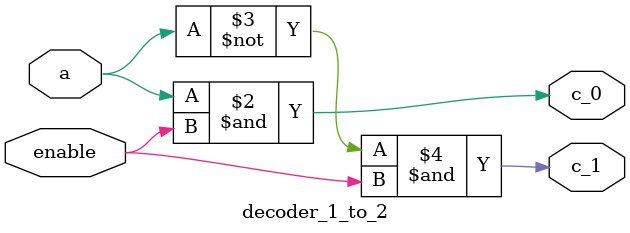
<source format=sv>
`timescale 1ns/1ps
`default_nettype none

module decoder_1_to_2(enable, a, c_0, c_1);

input wire enable;
input wire a;
output logic c_0, c_1;

always_comb begin
  c_0 = a & enable;
  c_1 = ~a & enable;
end

endmodule
</source>
